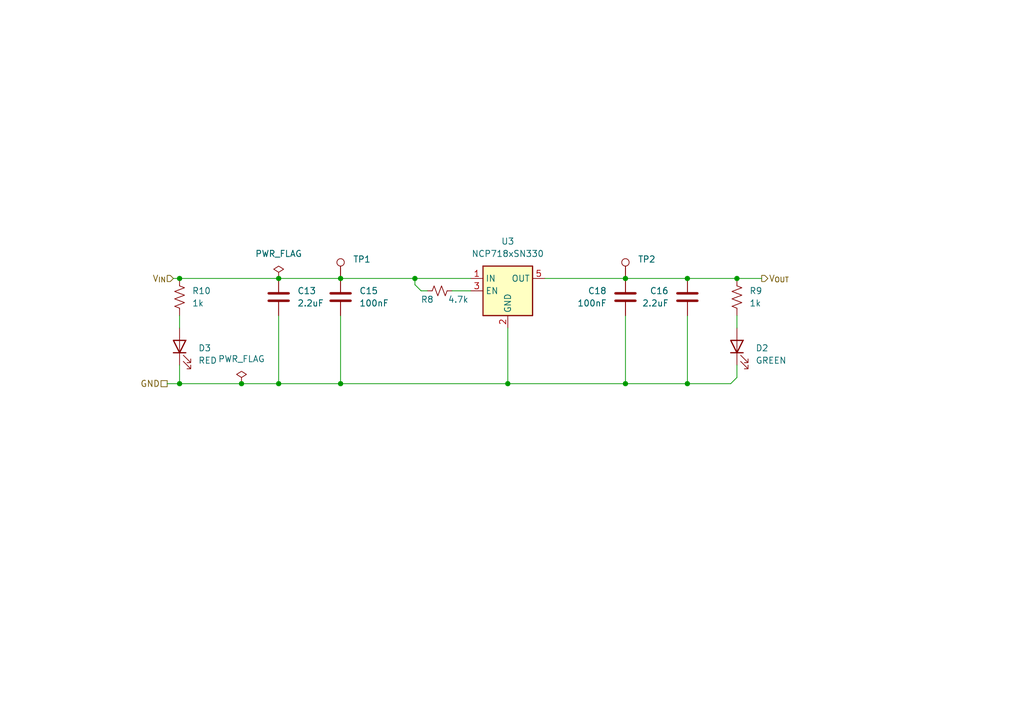
<source format=kicad_sch>
(kicad_sch (version 20231120) (generator "eeschema") (generator_version "8.0")
  (paper "A5")
  (title_block (title "OpenMC") (date "2024-06-06") (rev "1") (company "Crab Labs") (comment 1 "Author: Orion Serup") (comment 2 "License: CERN-OHW-W-2.0"))
  (lib_symbols
    (symbol "Connector:TestPoint" (pin_numbers hide) (pin_names (offset 0.762) hide)
      (property "Reference" "TP" (at 0 6.858 0))
      (property "Value" "TestPoint" (at 0 5.08 0))
      (symbol "TestPoint_0_1"
        (circle (center 0 3.302) (radius 0.762))
      )
      (symbol "TestPoint_1_1"
        (pin passive line (at 0 0 90) (length 2.54) (name "1") (number "1"))
      )
    )
    (symbol "Device:C" (pin_numbers hide) (pin_names (offset 0.254))
      (property "Reference" "C" (at 0.635 2.54 0))
      (property "Value" "C" (at 0.635 -2.54 0))
      (symbol "C_0_1"
        (polyline (pts (xy -2.032 -0.762) (xy 2.032 -0.762)) (stroke (width 0.508)))
        (polyline (pts (xy -2.032 0.762) (xy 2.032 0.762)) (stroke (width 0.508)))
      )
      (symbol "C_1_1"
        (pin passive line (at 0 3.81 270) (length 2.794) (name "~") (number "1"))
        (pin passive line (at 0 -3.81 90) (length 2.794) (name "~") (number "2"))
      )
    )
    (symbol "Device:LED" (pin_numbers hide) (pin_names (offset 1.016) hide)
      (property "Reference" "D" (at 0 2.54 0))
      (property "Value" "LED" (at 0 -2.54 0))
      (symbol "LED_0_1"
        (polyline (pts (xy -1.27 -1.27) (xy -1.27 1.27)) (stroke (width 0.254)))
        (polyline (pts (xy -1.27 0) (xy 1.27 0)))
        (polyline (pts (xy 1.27 -1.27) (xy 1.27 1.27) (xy -1.27 0) (xy 1.27 -1.27)) (stroke (width 0.254)))
        (polyline (pts (xy -3.048 -0.762) (xy -4.572 -2.286) (xy -3.81 -2.286) (xy -4.572 -2.286) (xy -4.572 -1.524)))
        (polyline (pts (xy -1.778 -0.762) (xy -3.302 -2.286) (xy -2.54 -2.286) (xy -3.302 -2.286) (xy -3.302 -1.524)))
      )
      (symbol "LED_1_1"
        (pin passive line (at -3.81 0 0) (length 2.54) (name "K") (number "1"))
        (pin passive line (at 3.81 0 180) (length 2.54) (name "A") (number "2"))
      )
    )
    (symbol "Device:R_Small_US" (pin_numbers hide) (pin_names (offset 0.254) hide)
      (property "Reference" "R" (at 0.762 0.508 0))
      (property "Value" "R_Small_US" (at 0.762 -1.016 0))
      (symbol "R_Small_US_1_1"
        (polyline (pts (xy 0 0) (xy 1.016 -0.381) (xy 0 -0.762) (xy -1.016 -1.143) (xy 0 -1.524)))
        (polyline (pts (xy 0 1.524) (xy 1.016 1.143) (xy 0 0.762) (xy -1.016 0.381) (xy 0 0)))
        (pin passive line (at 0 2.54 270) (length 1.016) (name "~") (number "1"))
        (pin passive line (at 0 -2.54 90) (length 1.016) (name "~") (number "2"))
      )
    )
    (symbol "Device:R_US" (pin_numbers hide) (pin_names (offset 0))
      (property "Reference" "R" (at 2.54 0 90))
      (property "Value" "R_US" (at -2.54 0 90))
      (symbol "R_US_0_1"
        (polyline (pts (xy 0 -2.286) (xy 0 -2.54)))
        (polyline (pts (xy 0 2.286) (xy 0 2.54)))
        (polyline (pts (xy 0 -0.762) (xy 1.016 -1.143) (xy 0 -1.524) (xy -1.016 -1.905) (xy 0 -2.286)))
        (polyline (pts (xy 0 0.762) (xy 1.016 0.381) (xy 0 0) (xy -1.016 -0.381) (xy 0 -0.762)))
        (polyline (pts (xy 0 2.286) (xy 1.016 1.905) (xy 0 1.524) (xy -1.016 1.143) (xy 0 0.762)))
      )
      (symbol "R_US_1_1"
        (pin passive line (at 0 3.81 270) (length 1.27) (name "~") (number "1"))
        (pin passive line (at 0 -3.81 90) (length 1.27) (name "~") (number "2"))
      )
    )
    (symbol "Regulator_Linear:NCP718xSN330"
      (property "Reference" "U" (at -3.81 6.35 0))
      (property "Value" "NCP718xSN330" (at 6.35 6.35 0))
      (symbol "NCP718xSN330_0_1"
        (rectangle (start -5.08 -5.08) (end 5.08 5.08) (stroke (width 0.254)) (fill (type background)))
        (pin power_in line (at -7.62 2.54 0) (length 2.54) (name "IN") (number "1"))
        (pin power_in line (at 0 -7.62 90) (length 2.54) (name "GND") (number "2"))
        (pin input line (at -7.62 0 0) (length 2.54) (name "EN") (number "3"))
        (pin no_connect line (at 5.08 0 180) (length 2.54) hide (name "NC") (number "4"))
        (pin power_out line (at 7.62 2.54 180) (length 2.54) (name "OUT") (number "5"))
      )
    )
    (symbol "power:PWR_FLAG" (power) (pin_numbers hide) (pin_names (offset 0) hide)
      (property "Value" "PWR_FLAG" (at 0 3.81 0))
      (symbol "PWR_FLAG_0_0"
        (pin power_out line (at 0 0 90) (length 0) (name "~") (number "1"))
      )
      (symbol "PWR_FLAG_0_1"
        (polyline (pts (xy 0 0) (xy 0 1.27) (xy -1.016 1.905) (xy 0 2.54) (xy 1.016 1.905) (xy 0 1.27)))
      )
    )
  )
  (junction (at 104.14 78.74))
  (junction (at 49.53 78.74))
  (junction (at 57.15 78.74))
  (junction (at 128.27 57.15))
  (junction (at 85.09 57.15))
  (junction (at 128.27 78.74))
  (junction (at 140.97 57.15))
  (junction (at 140.97 78.74))
  (junction (at 151.13 57.15))
  (junction (at 69.85 78.74))
  (junction (at 36.83 78.74))
  (junction (at 69.85 57.15))
  (junction (at 57.15 57.15))
  (junction (at 36.83 57.15))
  (wire (pts (xy 140.97 64.77) (xy 140.97 78.74)))
  (wire (pts (xy 36.83 64.77) (xy 36.83 67.31)))
  (wire (pts (xy 49.53 78.74) (xy 57.15 78.74)))
  (wire (pts (xy 57.15 64.77) (xy 57.15 78.74)))
  (wire (pts (xy 149.86 78.74) (xy 151.13 77.47)))
  (wire (pts (xy 69.85 64.77) (xy 69.85 78.74)))
  (wire (pts (xy 128.27 64.77) (xy 128.27 78.74)))
  (wire (pts (xy 85.09 57.15) (xy 85.09 58.42)))
  (wire (pts (xy 92.71 59.69) (xy 96.52 59.69)))
  (wire (pts (xy 111.76 57.15) (xy 128.27 57.15)))
  (wire (pts (xy 86.36 59.69) (xy 85.09 58.42)))
  (wire (pts (xy 151.13 74.93) (xy 151.13 77.47)))
  (wire (pts (xy 69.85 78.74) (xy 104.14 78.74)))
  (wire (pts (xy 36.83 57.15) (xy 57.15 57.15)))
  (wire (pts (xy 128.27 78.74) (xy 140.97 78.74)))
  (wire (pts (xy 151.13 57.15) (xy 156.21 57.15)))
  (wire (pts (xy 87.63 59.69) (xy 86.36 59.69)))
  (wire (pts (xy 34.29 78.74) (xy 36.83 78.74)))
  (wire (pts (xy 69.85 57.15) (xy 85.09 57.15)))
  (wire (pts (xy 140.97 78.74) (xy 149.86 78.74)))
  (wire (pts (xy 128.27 57.15) (xy 140.97 57.15)))
  (wire (pts (xy 85.09 57.15) (xy 96.52 57.15)))
  (wire (pts (xy 151.13 64.77) (xy 151.13 67.31)))
  (wire (pts (xy 140.97 57.15) (xy 151.13 57.15)))
  (wire (pts (xy 36.83 74.93) (xy 36.83 78.74)))
  (wire (pts (xy 104.14 78.74) (xy 104.14 67.31)))
  (wire (pts (xy 57.15 57.15) (xy 69.85 57.15)))
  (wire (pts (xy 36.83 78.74) (xy 49.53 78.74)))
  (wire (pts (xy 35.56 57.15) (xy 36.83 57.15)))
  (wire (pts (xy 104.14 78.74) (xy 128.27 78.74)))
  (wire (pts (xy 57.15 78.74) (xy 69.85 78.74)))
  (hierarchical_label "V_{OUT}" (shape output) (at 156.21 57.15 0))
  (hierarchical_label "V_{IN}" (shape input) (at 35.56 57.15 180))
  (hierarchical_label "GND" (shape passive) (at 34.29 78.74 180))
  (symbol (lib_id "Device:C") (at 69.85 60.96 0) (unit 1)
    (property "Reference" "C15" (at 73.66 59.6899 0) (effects (justify left)))
    (property "Value" "100nF" (at 73.66 62.2299 0) (effects (justify left)))
    (property "Footprint" "Capacitor_SMD:C_0402_1005Metric" (effects (hide yes)))
    (property "Description" "Unpolarized capacitor" (effects (hide yes)))
  )
  (symbol (lib_id "Connector:TestPoint") (at 69.85 57.15 0) (unit 1)
    (property "Reference" "TP1" (at 72.39 53.2129 0) (effects (justify left)))
    (property "Value" "${NET_NAME(1)}" (effects (hide yes)))
    (property "Footprint" "TestPoint:TestPoint_Pad_D1.0mm" (effects (hide yes)))
    (property "Description" "test point" (effects (hide yes)))
  )
  (symbol (lib_id "Regulator_Linear:NCP718xSN330") (at 104.14 59.69 0) (unit 1)
    (property "Reference" "U3" (at 104.14 49.53 0))
    (property "Value" "NCP718xSN330" (at 104.14 52.07 0))
    (property "Footprint" "Package_TO_SOT_SMD:SOT-23-5" (effects (hide yes)))
    (property "Datasheet" "https://www.onsemi.com/pub/Collateral/NCP718-D.PDF" (effects (hide yes)))
    (property "Description" "300-mA, Wide Input Voltage, Low-IQ LDO, 3.3V, SOT-23" (effects (hide yes)))
  )
  (symbol (lib_id "Device:R_US") (at 36.83 60.96 0) (unit 1)
    (property "Reference" "R10" (at 39.37 59.6899 0) (effects (justify left)))
    (property "Value" "1k" (at 39.37 62.2299 0) (effects (justify left)))
    (property "Footprint" "Resistor_SMD:R_0402_1005Metric" (effects (hide yes)))
    (property "Description" "Resistor, US symbol" (effects (hide yes)))
  )
  (symbol (lib_id "power:PWR_FLAG") (at 57.15 57.15 0) (unit 1)
    (property "Reference" "#FLG01" (effects (hide yes)))
    (property "Value" "PWR_FLAG" (at 57.15 52.07 0))
    (property "Description" "Special symbol for telling ERC where power comes from" (effects (hide yes)))
  )
  (symbol (lib_id "Device:C") (at 57.15 60.96 0) (unit 1)
    (property "Reference" "C13" (at 60.96 59.6899 0) (effects (justify left)))
    (property "Value" "2.2uF" (at 60.96 62.2299 0) (effects (justify left)))
    (property "Footprint" "Capacitor_SMD:C_0402_1005Metric" (effects (hide yes)))
    (property "Description" "Unpolarized capacitor" (effects (hide yes)))
  )
  (symbol (lib_id "Connector:TestPoint") (at 128.27 57.15 0) (unit 1)
    (property "Reference" "TP2" (at 130.81 53.2129 0) (effects (justify left)))
    (property "Value" "${NET_NAME(1)}" (effects (hide yes)))
    (property "Footprint" "TestPoint:TestPoint_Pad_D1.0mm" (effects (hide yes)))
    (property "Description" "test point" (effects (hide yes)))
  )
  (symbol (lib_id "Device:R_US") (at 151.13 60.96 0) (unit 1)
    (property "Reference" "R9" (at 153.67 59.6899 0) (effects (justify left)))
    (property "Value" "1k" (at 153.67 62.2299 0) (effects (justify left)))
    (property "Footprint" "Resistor_SMD:R_0402_1005Metric" (effects (hide yes)))
    (property "Description" "Resistor, US symbol" (effects (hide yes)))
  )
  (symbol (lib_id "Device:LED") (at 151.13 71.12 90) (unit 1)
    (property "Reference" "D2" (at 154.94 71.4374 90) (effects (justify right)))
    (property "Value" "GREEN" (at 154.94 73.9774 90) (effects (justify right)))
    (property "Footprint" "LED_SMD:LED_0402_1005Metric" (effects (hide yes)))
    (property "Description" "Light emitting diode" (effects (hide yes)))
  )
  (symbol (lib_id "Device:C") (at 128.27 60.96 0) (mirror y) (unit 1)
    (property "Reference" "C18" (at 124.46 59.6899 0) (effects (justify left)))
    (property "Value" "100nF" (at 124.46 62.2299 0) (effects (justify left)))
    (property "Footprint" "Capacitor_SMD:C_0402_1005Metric" (effects (hide yes)))
    (property "Description" "Unpolarized capacitor" (effects (hide yes)))
  )
  (symbol (lib_id "Device:R_Small_US") (at 90.17 59.69 90) (unit 1)
    (property "Reference" "R8" (at 87.63 61.468 90))
    (property "Value" "4.7k" (at 93.98 61.468 90))
    (property "Footprint" "Resistor_SMD:R_0402_1005Metric" (effects (hide yes)))
    (property "Description" "Resistor, small US symbol" (effects (hide yes)))
  )
  (symbol (lib_id "Device:C") (at 140.97 60.96 0) (mirror y) (unit 1)
    (property "Reference" "C16" (at 137.16 59.6899 0) (effects (justify left)))
    (property "Value" "2.2uF" (at 137.16 62.2299 0) (effects (justify left)))
    (property "Footprint" "Capacitor_SMD:C_0402_1005Metric" (effects (hide yes)))
    (property "Description" "Unpolarized capacitor" (effects (hide yes)))
  )
  (symbol (lib_id "Device:LED") (at 36.83 71.12 90) (unit 1)
    (property "Reference" "D3" (at 40.64 71.4374 90) (effects (justify right)))
    (property "Value" "RED" (at 40.64 73.9774 90) (effects (justify right)))
    (property "Footprint" "LED_SMD:LED_0402_1005Metric" (effects (hide yes)))
    (property "Description" "Light emitting diode" (effects (hide yes)))
  )
  (symbol (lib_id "power:PWR_FLAG") (at 49.53 78.74 0) (unit 1)
    (property "Reference" "#FLG02" (effects (hide yes)))
    (property "Value" "PWR_FLAG" (at 49.53 73.66 0))
    (property "Description" "Special symbol for telling ERC where power comes from" (effects (hide yes)))
  )
)
</source>
